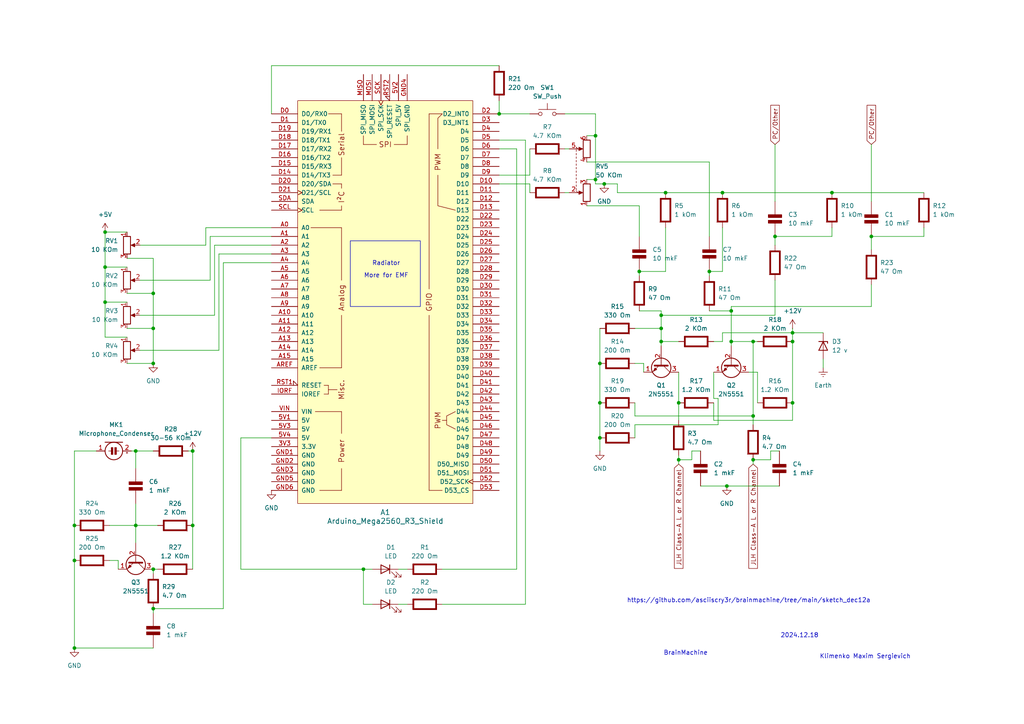
<source format=kicad_sch>
(kicad_sch (version 20231120) (generator "eeschema") (generator_version "8.0")
  (paper "A4")
  (lib_symbols
    (symbol "Device:D_Zener" (pin_numbers hide) (pin_names (offset 1.016) hide)
      (property "Reference" "D" (at 0 2.54 0))
      (property "Value" "D_Zener" (at 0 -2.54 0))
      (symbol "D_Zener_0_1"
        (polyline (pts (xy 1.27 0) (xy -1.27 0)))
        (polyline (pts (xy -1.27 -1.27) (xy -1.27 1.27) (xy -0.762 1.27)) (stroke (width 0.254)))
        (polyline (pts (xy 1.27 -1.27) (xy 1.27 1.27) (xy -1.27 0) (xy 1.27 -1.27)) (stroke (width 0.254)))
      )
      (symbol "D_Zener_1_1"
        (pin passive line (at -3.81 0 0) (length 2.54) (name "K") (number "1"))
        (pin passive line (at 3.81 0 180) (length 2.54) (name "A") (number "2"))
      )
    )
    (symbol "Device:LED" (pin_numbers hide) (pin_names (offset 1.016) hide)
      (property "Reference" "D" (at 0 2.54 0))
      (property "Value" "LED" (at 0 -2.54 0))
      (symbol "LED_0_1"
        (polyline (pts (xy -1.27 -1.27) (xy -1.27 1.27)) (stroke (width 0.254)))
        (polyline (pts (xy -1.27 0) (xy 1.27 0)))
        (polyline (pts (xy 1.27 -1.27) (xy 1.27 1.27) (xy -1.27 0) (xy 1.27 -1.27)) (stroke (width 0.254)))
        (polyline (pts (xy -3.048 -0.762) (xy -4.572 -2.286) (xy -3.81 -2.286) (xy -4.572 -2.286) (xy -4.572 -1.524)))
        (polyline (pts (xy -1.778 -0.762) (xy -3.302 -2.286) (xy -2.54 -2.286) (xy -3.302 -2.286) (xy -3.302 -1.524)))
      )
      (symbol "LED_1_1"
        (pin passive line (at -3.81 0 0) (length 2.54) (name "K") (number "1"))
        (pin passive line (at 3.81 0 180) (length 2.54) (name "A") (number "2"))
      )
    )
    (symbol "Device:Microphone_Condenser" (pin_names (offset 0.0254) hide)
      (property "Reference" "MK" (at -3.302 1.27 0))
      (property "Value" "Microphone_Condenser" (at -3.302 -0.635 0))
      (symbol "Microphone_Condenser_0_1"
        (polyline (pts (xy -2.54 2.54) (xy -2.54 -2.54)) (stroke (width 0.254)))
        (polyline (pts (xy 0 -0.762) (xy 0 -1.524)))
        (polyline (pts (xy 0 0.762) (xy 0 1.524)))
        (polyline (pts (xy 0.254 3.81) (xy 0.762 3.81)))
        (polyline (pts (xy 0.508 4.064) (xy 0.508 3.556)))
        (circle (center 0 0) (radius 2.54) (stroke (width 0.254)))
        (rectangle (start 1.016 -0.254) (end -1.016 -0.762) (fill (type outline)))
        (rectangle (start 1.016 0.762) (end -1.016 0.254) (fill (type outline)))
      )
      (symbol "Microphone_Condenser_1_1"
        (pin passive line (at 0 -5.08 90) (length 2.54) (name "-") (number "1"))
        (pin passive line (at 0 5.08 270) (length 2.54) (name "+") (number "2"))
      )
    )
    (symbol "Device:R_Potentiometer" (pin_names (offset 1.016) hide)
      (property "Reference" "RV" (at -4.445 0 90))
      (property "Value" "R_Potentiometer" (at -2.54 0 90))
      (symbol "R_Potentiometer_0_1"
        (polyline (pts (xy 2.54 0) (xy 1.524 0)))
        (polyline (pts (xy 1.143 0) (xy 2.286 0.508) (xy 2.286 -0.508) (xy 1.143 0)) (fill (type outline)))
        (rectangle (start 1.016 2.54) (end -1.016 -2.54) (stroke (width 0.254)))
      )
      (symbol "R_Potentiometer_1_1"
        (pin passive line (at 0 3.81 270) (length 1.27) (name "1") (number "1"))
        (pin passive line (at 3.81 0 180) (length 1.27) (name "2") (number "2"))
        (pin passive line (at 0 -3.81 90) (length 1.27) (name "3") (number "3"))
      )
    )
    (symbol "Device:R_Potentiometer_Dual" (pin_names (offset 1.016) hide)
      (property "Reference" "RV" (at 0 3.81 0))
      (property "Value" "R_Potentiometer_Dual" (at 0 1.905 0))
      (symbol "R_Potentiometer_Dual_0_1"
        (rectangle (start -8.89 -1.524) (end -3.81 -3.556) (stroke (width 0.254)))
        (polyline (pts (xy -6.35 0) (xy -6.35 -1.016)))
        (polyline (pts (xy -6.35 0) (xy -6.35 -1.016)))
        (polyline (pts (xy -6.35 0) (xy -5.842 0.508)))
        (polyline (pts (xy -5.588 0.508) (xy -5.08 0.508)))
        (polyline (pts (xy -4.572 0.508) (xy -4.064 0.508)))
        (polyline (pts (xy -3.556 0.508) (xy -3.048 0.508)))
        (polyline (pts (xy -2.54 0.508) (xy -2.032 0.508)))
        (polyline (pts (xy -1.524 0.508) (xy -1.016 0.508)))
        (polyline (pts (xy -0.508 0.508) (xy 0 0.508)))
        (polyline (pts (xy 0.508 0.508) (xy 1.016 0.508)))
        (polyline (pts (xy 1.524 0.508) (xy 2.032 0.508)))
        (polyline (pts (xy 2.54 0.508) (xy 3.048 0.508)))
        (polyline (pts (xy 3.556 0.508) (xy 4.064 0.508)))
        (polyline (pts (xy 4.572 0.508) (xy 5.08 0.508)))
        (polyline (pts (xy 5.588 0.508) (xy 6.096 0.508)))
        (polyline (pts (xy 6.35 0) (xy 6.35 -1.016)))
        (polyline (pts (xy 6.35 0) (xy 6.35 -1.016)))
        (polyline (pts (xy 6.604 0.508) (xy 6.858 0.508) (xy 6.35 0)))
        (polyline (pts (xy -6.35 -1.397) (xy -6.858 -0.254) (xy -5.842 -0.254) (xy -6.35 -1.397)) (fill (type outline)))
        (polyline (pts (xy 6.35 -1.397) (xy 5.842 -0.254) (xy 6.858 -0.254) (xy 6.35 -1.397)) (fill (type outline)))
        (rectangle (start 3.81 -1.524) (end 8.89 -3.556) (stroke (width 0.254)))
      )
      (symbol "R_Potentiometer_Dual_1_1"
        (pin passive line (at -10.16 -2.54 0) (length 1.27) (name "1") (number "1"))
        (pin passive line (at -6.35 2.54 270) (length 2.54) (name "2") (number "2"))
        (pin passive line (at -2.54 -2.54 180) (length 1.27) (name "3") (number "3"))
        (pin passive line (at 2.54 -2.54 0) (length 1.27) (name "4") (number "4"))
        (pin passive line (at 6.35 2.54 270) (length 2.54) (name "5") (number "5"))
        (pin passive line (at 10.16 -2.54 180) (length 1.27) (name "6") (number "6"))
      )
    )
    (symbol "PCM_Elektuur:C" (pin_numbers hide) (pin_names (offset 0) hide)
      (property "Reference" "C" (at 0.635 3.175 0))
      (property "Value" "C" (at 0.635 -3.175 0))
      (symbol "C_1_1"
        (rectangle (start -1.905 -0.4318) (end 1.905 -1.1938) (stroke (width 0.254)) (fill (type outline)))
        (rectangle (start -1.905 1.1938) (end 1.905 0.4318) (stroke (width 0.254)) (fill (type outline)))
        (pin passive line (at 0 5.08 270) (length 3.8862) (name "+") (number "1"))
        (pin passive line (at 0 -5.08 90) (length 3.8862) (name "-") (number "2"))
      )
      (symbol "C_1_2"
        (polyline (pts (xy -1.905 -1.4986) (xy 1.905 -1.4986) (xy 1.905 -0.4318) (xy -1.905 -0.4318) (xy -1.905 -1.4986) (xy -1.8034 -1.397) (xy -1.8034 -0.5334) (xy 1.8034 -0.5334) (xy 1.8034 -1.397) (xy -1.8034 -1.397) (xy -1.905 -1.4986)) (stroke (width 0.254)) (fill (type outline)))
        (polyline (pts (xy -1.905 0.4318) (xy 1.905 0.4318) (xy 1.905 1.4986) (xy -1.905 1.4986) (xy -1.905 0.4318) (xy -1.8034 0.5334) (xy -1.8034 1.397) (xy 1.8034 1.397) (xy 1.8034 0.5334) (xy -1.8034 0.5334) (xy -1.905 0.4318)) (stroke (width 0.254)) (fill (type outline)))
        (pin passive line (at 0 5.08 270) (length 3.5814) (name "+") (number "1"))
        (pin passive line (at 0 -5.08 90) (length 3.5814) (name "-") (number "2"))
      )
    )
    (symbol "PCM_Elektuur:R" (pin_numbers hide) (pin_names (offset 0) hide)
      (property "Reference" "R" (at 2.54 3.175 0))
      (property "Value" "R" (at 0 0 90))
      (symbol "R_1_1"
        (polyline (pts (xy -1.524 -3.429) (xy 1.524 -3.429) (xy 1.524 3.429) (xy -1.524 3.429) (xy -1.524 -3.429) (xy -1.27 -3.175) (xy -1.27 3.175) (xy 1.27 3.175) (xy 1.27 -3.175) (xy -1.27 -3.175) (xy -1.524 -3.429)) (stroke (width 0.254)) (fill (type outline)))
        (pin passive line (at 0 5.08 270) (length 1.651) (name "+") (number "1"))
        (pin passive line (at 0 -5.08 90) (length 1.651) (name "-") (number "2"))
      )
      (symbol "R_1_2"
        (polyline (pts (xy -0.508 -3.429) (xy 1.524 -3.429) (xy 1.524 3.429) (xy -0.508 3.429) (xy -0.508 3.175) (xy 1.27 3.175) (xy 1.27 -3.175) (xy -0.508 -3.175) (xy -0.508 -3.429)) (stroke (width 0.254)) (fill (type outline)))
        (pin passive line (at 0 5.08 270) (length 1.651) (name "+") (number "1"))
        (pin passive line (at 0 -5.08 90) (length 1.651) (name "-") (number "2"))
      )
      (symbol "R_1_3"
        (polyline (pts (xy 0 3.4798) (xy 0 3.2004) (xy 0.7112 2.794) (xy -1.1938 1.6764) (xy 0.7112 0.5588) (xy -1.1938 -0.5588) (xy 0.7112 -1.6764) (xy -1.1938 -2.794) (xy 0 -3.4798) (xy 0 -3.2004) (xy -0.7112 -2.794) (xy 1.1938 -1.6764) (xy -0.7112 -0.5588) (xy 1.1938 0.5588) (xy -0.7112 1.6764) (xy 1.1938 2.794) (xy 0 3.4798)) (stroke (width 0.254)) (fill (type outline)))
        (pin passive line (at 0 5.08 270) (length 1.6002) (name "+") (number "1"))
        (pin passive line (at 0 -5.08 90) (length 1.6002) (name "-") (number "2"))
      )
      (symbol "R_1_4"
        (polyline (pts (xy 0 4.5466) (xy 0 4.2672) (xy 0.0508 4.2418) (xy 1.016 3.683) (xy -1.524 2.2098) (xy 1.016 0.7366) (xy -1.524 -0.7366) (xy 1.016 -2.2098) (xy -1.524 -3.683) (xy -0.0762 -4.5212) (xy 0 -4.5466) (xy 0 -4.2672) (xy -0.0508 -4.2418) (xy -1.016 -3.683) (xy 1.524 -2.2098) (xy -1.016 -0.7366) (xy 1.524 0.7366) (xy -1.016 2.2098) (xy 1.524 3.683) (xy 0.0762 4.5212) (xy 0 4.5466)) (stroke (width 0.254)) (fill (type outline)))
        (pin passive line (at 0 5.08 270) (length 0.5334) (name "+") (number "1"))
        (pin passive line (at 0 -5.08 90) (length 0.5334) (name "-") (number "2"))
      )
    )
    (symbol "PCM_arduino-library:Arduino_Mega2560_R3_Shield" (pin_names (offset 1.016))
      (property "Reference" "A" (at 0 -62.23 0))
      (property "Value" "Arduino_Mega2560_R3_Shield" (at 0 -66.04 0))
      (symbol "Arduino_Mega2560_R3_Shield_0_0"
        (rectangle (start -25.4 -58.42) (end 25.4 58.42) (fill (type background)))
        (rectangle (start -20.32 -31.75) (end -12.7 -31.75))
        (rectangle (start -19.05 -54.61) (end -12.7 -54.61))
        (rectangle (start -19.05 -19.05) (end -12.7 -19.05))
        (rectangle (start -19.05 26.67) (end -12.7 26.67))
        (rectangle (start -17.78 -26.67) (end -16.51 -26.67))
        (rectangle (start -17.78 -24.13) (end -16.51 -24.13))
        (rectangle (start -16.51 -25.4) (end -13.97 -25.4))
        (rectangle (start -16.51 -24.13) (end -16.51 -26.67))
        (rectangle (start -16.51 54.61) (end -12.7 54.61))
        (rectangle (start -15.24 34.29) (end -12.7 34.29))
        (rectangle (start -15.24 36.83) (end -12.7 36.83))
        (rectangle (start -12.7 -54.61) (end -12.7 -48.26))
        (rectangle (start -12.7 -31.75) (end -12.7 -38.1))
        (rectangle (start -12.7 26.67) (end -12.7 27.94))
        (rectangle (start -12.7 34.29) (end -12.7 33.02))
        (rectangle (start -12.7 41.91) (end -12.7 36.83))
        (rectangle (start -12.7 49.53) (end -12.7 54.61))
        (rectangle (start -6.35 48.26) (end -6.35 45.72))
        (rectangle (start -2.54 45.72) (end -6.35 45.72))
        (polyline (pts (xy -21.59 21.59) (xy -12.7 21.59)))
        (polyline (pts (xy -12.7 -19.05) (xy -12.7 -3.81)))
        (polyline (pts (xy -12.7 6.35) (xy -12.7 21.59)))
        (polyline (pts (xy 12.7 -54.61) (xy 16.51 -54.61)))
        (polyline (pts (xy 12.7 54.61) (xy 16.51 54.61)))
        (polyline (pts (xy 17.78 -34.29) (xy 16.51 -34.29)))
        (polyline (pts (xy 15.24 36.83) (xy 15.24 27.94) (xy 20.32 26.67)))
        (polyline (pts (xy 15.24 44.45) (xy 15.24 53.34) (xy 16.51 54.61)))
        (polyline (pts (xy 20.32 -31.75) (xy 17.78 -33.02) (xy 17.78 -35.56) (xy 20.32 -36.83)))
        (rectangle (start 6.35 45.72) (end 2.54 45.72))
        (rectangle (start 6.35 48.26) (end 6.35 45.72))
        (text "Analog" (at -12.7 1.27 900) (effects (font (size 1.524 1.524))))
        (text "I²C" (at -12.7 30.48 900) (effects (font (size 1.524 1.524))))
        (text "Misc." (at -12.7 -25.4 900) (effects (font (size 1.524 1.524))))
        (text "Power" (at -12.7 -43.18 900) (effects (font (size 1.524 1.524))))
        (text "PWM" (at 15.24 -34.29 900) (effects (font (size 1.524 1.524))))
        (text "PWM" (at 15.24 40.64 900) (effects (font (size 1.524 1.524))))
        (text "Serial" (at -12.7 45.72 900) (effects (font (size 1.524 1.524))))
        (text "SPI" (at 0 45.72 0) (effects (font (size 1.524 1.524))))
      )
      (symbol "Arduino_Mega2560_R3_Shield_1_0"
        (rectangle (start 12.7 -54.61) (end 12.7 -3.81))
        (rectangle (start 12.7 54.61) (end 12.7 3.81))
        (text "GPIO" (at 12.7 0 900) (effects (font (size 1.524 1.524))))
      )
      (symbol "Arduino_Mega2560_R3_Shield_1_1"
        (pin power_out line (at -33.02 -41.91 0) (length 7.62) (name "3.3V") (number "3V3"))
        (pin power_in line (at -33.02 -34.29 0) (length 7.62) (name "5V") (number "5V1"))
        (pin power_in line (at 3.81 66.04 270) (length 7.62) (name "SPI_5V") (number "5V2"))
        (pin power_in line (at -33.02 -36.83 0) (length 7.62) (name "5V") (number "5V3"))
        (pin power_in line (at -33.02 -39.37 0) (length 7.62) (name "5V") (number "5V4"))
        (pin bidirectional line (at -33.02 21.59 0) (length 7.62) (name "A0") (number "A0"))
        (pin bidirectional line (at -33.02 19.05 0) (length 7.62) (name "A1") (number "A1"))
        (pin bidirectional line (at -33.02 -3.81 0) (length 7.62) (name "A10") (number "A10"))
        (pin bidirectional line (at -33.02 -6.35 0) (length 7.62) (name "A11") (number "A11"))
        (pin bidirectional line (at -33.02 -8.89 0) (length 7.62) (name "A12") (number "A12"))
        (pin bidirectional line (at -33.02 -11.43 0) (length 7.62) (name "A13") (number "A13"))
        (pin bidirectional line (at -33.02 -13.97 0) (length 7.62) (name "A14") (number "A14"))
        (pin bidirectional line (at -33.02 -16.51 0) (length 7.62) (name "A15") (number "A15"))
        (pin bidirectional line (at -33.02 16.51 0) (length 7.62) (name "A2") (number "A2"))
        (pin bidirectional line (at -33.02 13.97 0) (length 7.62) (name "A3") (number "A3"))
        (pin bidirectional line (at -33.02 11.43 0) (length 7.62) (name "A4") (number "A4"))
        (pin bidirectional line (at -33.02 8.89 0) (length 7.62) (name "A5") (number "A5"))
        (pin bidirectional line (at -33.02 6.35 0) (length 7.62) (name "A6") (number "A6"))
        (pin bidirectional line (at -33.02 3.81 0) (length 7.62) (name "A7") (number "A7"))
        (pin bidirectional line (at -33.02 1.27 0) (length 7.62) (name "A8") (number "A8"))
        (pin bidirectional line (at -33.02 -1.27 0) (length 7.62) (name "A9") (number "A9"))
        (pin input line (at -33.02 -19.05 0) (length 7.62) (name "AREF") (number "AREF"))
        (pin bidirectional line (at -33.02 54.61 0) (length 7.62) (name "D0/RX0") (number "D0"))
        (pin bidirectional line (at -33.02 52.07 0) (length 7.62) (name "D1/TX0") (number "D1"))
        (pin bidirectional line (at 33.02 34.29 180) (length 7.62) (name "D10") (number "D10"))
        (pin bidirectional line (at 33.02 31.75 180) (length 7.62) (name "D11") (number "D11"))
        (pin bidirectional line (at 33.02 29.21 180) (length 7.62) (name "D12") (number "D12"))
        (pin bidirectional line (at 33.02 26.67 180) (length 7.62) (name "D13") (number "D13"))
        (pin bidirectional line (at -33.02 36.83 0) (length 7.62) (name "D14/TX3") (number "D14"))
        (pin bidirectional line (at -33.02 39.37 0) (length 7.62) (name "D15/RX3") (number "D15"))
        (pin bidirectional line (at -33.02 41.91 0) (length 7.62) (name "D16/TX2") (number "D16"))
        (pin bidirectional line (at -33.02 44.45 0) (length 7.62) (name "D17/RX2") (number "D17"))
        (pin bidirectional line (at -33.02 46.99 0) (length 7.62) (name "D18/TX1") (number "D18"))
        (pin bidirectional line (at -33.02 49.53 0) (length 7.62) (name "D19/RX1") (number "D19"))
        (pin bidirectional line (at 33.02 54.61 180) (length 7.62) (name "D2_INT0") (number "D2"))
        (pin bidirectional line (at -33.02 34.29 0) (length 7.62) (name "D20/SDA") (number "D20"))
        (pin bidirectional clock (at -33.02 31.75 0) (length 7.62) (name "D21/SCL") (number "D21"))
        (pin bidirectional line (at 33.02 24.13 180) (length 7.62) (name "D22") (number "D22"))
        (pin bidirectional line (at 33.02 21.59 180) (length 7.62) (name "D23") (number "D23"))
        (pin bidirectional line (at 33.02 19.05 180) (length 7.62) (name "D24") (number "D24"))
        (pin bidirectional line (at 33.02 16.51 180) (length 7.62) (name "D25") (number "D25"))
        (pin bidirectional line (at 33.02 13.97 180) (length 7.62) (name "D26") (number "D26"))
        (pin bidirectional line (at 33.02 11.43 180) (length 7.62) (name "D27") (number "D27"))
        (pin bidirectional line (at 33.02 8.89 180) (length 7.62) (name "D28") (number "D28"))
        (pin bidirectional line (at 33.02 6.35 180) (length 7.62) (name "D29") (number "D29"))
        (pin bidirectional line (at 33.02 52.07 180) (length 7.62) (name "D3_INT1") (number "D3"))
        (pin bidirectional line (at 33.02 3.81 180) (length 7.62) (name "D30") (number "D30"))
        (pin bidirectional line (at 33.02 1.27 180) (length 7.62) (name "D31") (number "D31"))
        (pin bidirectional line (at 33.02 -1.27 180) (length 7.62) (name "D32") (number "D32"))
        (pin bidirectional line (at 33.02 -3.81 180) (length 7.62) (name "D33") (number "D33"))
        (pin bidirectional line (at 33.02 -6.35 180) (length 7.62) (name "D34") (number "D34"))
        (pin bidirectional line (at 33.02 -8.89 180) (length 7.62) (name "D35") (number "D35"))
        (pin bidirectional line (at 33.02 -11.43 180) (length 7.62) (name "D36") (number "D36"))
        (pin bidirectional line (at 33.02 -13.97 180) (length 7.62) (name "D37") (number "D37"))
        (pin bidirectional line (at 33.02 -16.51 180) (length 7.62) (name "D38") (number "D38"))
        (pin bidirectional line (at 33.02 -19.05 180) (length 7.62) (name "D39") (number "D39"))
        (pin bidirectional line (at 33.02 49.53 180) (length 7.62) (name "D4") (number "D4"))
        (pin bidirectional line (at 33.02 -21.59 180) (length 7.62) (name "D40") (number "D40"))
        (pin bidirectional line (at 33.02 -24.13 180) (length 7.62) (name "D41") (number "D41"))
        (pin bidirectional line (at 33.02 -26.67 180) (length 7.62) (name "D42") (number "D42"))
        (pin bidirectional line (at 33.02 -29.21 180) (length 7.62) (name "D43") (number "D43"))
        (pin bidirectional line (at 33.02 -31.75 180) (length 7.62) (name "D44") (number "D44"))
        (pin bidirectional line (at 33.02 -34.29 180) (length 7.62) (name "D45") (number "D45"))
        (pin bidirectional line (at 33.02 -36.83 180) (length 7.62) (name "D46") (number "D46"))
        (pin bidirectional line (at 33.02 -39.37 180) (length 7.62) (name "D47") (number "D47"))
        (pin bidirectional line (at 33.02 -41.91 180) (length 7.62) (name "D48") (number "D48"))
        (pin bidirectional line (at 33.02 -44.45 180) (length 7.62) (name "D49") (number "D49"))
        (pin bidirectional line (at 33.02 46.99 180) (length 7.62) (name "D5") (number "D5"))
        (pin bidirectional line (at 33.02 -46.99 180) (length 7.62) (name "D50_MISO") (number "D50"))
        (pin bidirectional line (at 33.02 -49.53 180) (length 7.62) (name "D51_MOSI") (number "D51"))
        (pin bidirectional clock (at 33.02 -52.07 180) (length 7.62) (name "D52_SCK") (number "D52"))
        (pin bidirectional line (at 33.02 -54.61 180) (length 7.62) (name "D53_CS") (number "D53"))
        (pin bidirectional line (at 33.02 44.45 180) (length 7.62) (name "D6") (number "D6"))
        (pin bidirectional line (at 33.02 41.91 180) (length 7.62) (name "D7") (number "D7"))
        (pin bidirectional line (at 33.02 39.37 180) (length 7.62) (name "D8") (number "D8"))
        (pin bidirectional line (at 33.02 36.83 180) (length 7.62) (name "D9") (number "D9"))
        (pin power_in line (at -33.02 -44.45 0) (length 7.62) (name "GND") (number "GND1"))
        (pin power_in line (at -33.02 -46.99 0) (length 7.62) (name "GND") (number "GND2"))
        (pin power_in line (at -33.02 -49.53 0) (length 7.62) (name "GND") (number "GND3"))
        (pin power_in line (at 6.35 66.04 270) (length 7.62) (name "SPI_GND") (number "GND4"))
        (pin power_in line (at -33.02 -52.07 0) (length 7.62) (name "GND") (number "GND5"))
        (pin power_in line (at -33.02 -54.61 0) (length 7.62) (name "GND") (number "GND6"))
        (pin output line (at -33.02 -26.67 0) (length 7.62) (name "IOREF") (number "IORF"))
        (pin input line (at -6.35 66.04 270) (length 7.62) (name "SPI_MISO") (number "MISO"))
        (pin output line (at -3.81 66.04 270) (length 7.62) (name "SPI_MOSI") (number "MOSI"))
        (pin open_collector input_low (at -33.02 -24.13 0) (length 7.62) (name "RESET") (number "RST1"))
        (pin open_collector input_low (at 1.27 66.04 270) (length 7.62) (name "SPI_RESET") (number "RST2"))
        (pin output clock (at -1.27 66.04 270) (length 7.62) (name "SPI_SCK") (number "SCK"))
        (pin bidirectional clock (at -33.02 26.67 0) (length 7.62) (name "SCL") (number "SCL"))
        (pin bidirectional line (at -33.02 29.21 0) (length 7.62) (name "SDA") (number "SDA"))
        (pin power_in line (at -33.02 -31.75 0) (length 7.62) (name "VIN") (number "VIN"))
      )
    )
    (symbol "Switch:SW_Push" (pin_numbers hide) (pin_names (offset 1.016) hide)
      (property "Reference" "SW" (at 1.27 2.54 0))
      (property "Value" "SW_Push" (at 0 -1.524 0))
      (symbol "SW_Push_0_1"
        (circle (center -2.032 0) (radius 0.508))
        (polyline (pts (xy 0 1.27) (xy 0 3.048)))
        (polyline (pts (xy 2.54 1.27) (xy -2.54 1.27)))
        (circle (center 2.032 0) (radius 0.508))
        (pin passive line (at -5.08 0 0) (length 2.54) (name "1") (number "1"))
        (pin passive line (at 5.08 0 180) (length 2.54) (name "2") (number "2"))
      )
    )
    (symbol "Transistor_BJT:2N2219" (pin_names (offset 0) hide)
      (property "Reference" "Q" (at 5.08 1.905 0))
      (property "Value" "2N2219" (at 5.08 0 0))
      (symbol "2N2219_0_1"
        (polyline (pts (xy 0.635 0.635) (xy 2.54 2.54)))
        (polyline (pts (xy 0.635 -0.635) (xy 2.54 -2.54) (xy 2.54 -2.54)))
        (polyline (pts (xy 0.635 1.905) (xy 0.635 -1.905) (xy 0.635 -1.905)) (stroke (width 0.508)))
        (polyline (pts (xy 1.27 -1.778) (xy 1.778 -1.27) (xy 2.286 -2.286) (xy 1.27 -1.778) (xy 1.27 -1.778)) (fill (type outline)))
        (circle (center 1.27 0) (radius 2.8194) (stroke (width 0.254)))
      )
      (symbol "2N2219_1_1"
        (pin passive line (at 2.54 -5.08 90) (length 2.54) (name "E") (number "1"))
        (pin passive line (at -5.08 0 0) (length 5.715) (name "B") (number "2"))
        (pin passive line (at 2.54 5.08 270) (length 2.54) (name "C") (number "3"))
      )
    )
    (symbol "power:+12V" (power) (pin_numbers hide) (pin_names (offset 0) hide)
      (property "Value" "+12V" (at 0 3.556 0))
      (symbol "+12V_0_1"
        (polyline (pts (xy -0.762 1.27) (xy 0 2.54)))
        (polyline (pts (xy 0 0) (xy 0 2.54)))
        (polyline (pts (xy 0 2.54) (xy 0.762 1.27)))
      )
      (symbol "+12V_1_1"
        (pin power_in line (at 0 0 90) (length 0) (name "~") (number "1"))
      )
    )
    (symbol "power:+5V" (power) (pin_numbers hide) (pin_names (offset 0) hide)
      (property "Value" "+5V" (at 0 3.556 0))
      (symbol "+5V_0_1"
        (polyline (pts (xy -0.762 1.27) (xy 0 2.54)))
        (polyline (pts (xy 0 0) (xy 0 2.54)))
        (polyline (pts (xy 0 2.54) (xy 0.762 1.27)))
      )
      (symbol "+5V_1_1"
        (pin power_in line (at 0 0 90) (length 0) (name "~") (number "1"))
      )
    )
    (symbol "power:Earth" (power) (pin_numbers hide) (pin_names (offset 0) hide)
      (property "Value" "Earth" (at 0 -3.81 0))
      (symbol "Earth_0_1"
        (polyline (pts (xy -0.635 -1.905) (xy 0.635 -1.905)))
        (polyline (pts (xy -0.127 -2.54) (xy 0.127 -2.54)))
        (polyline (pts (xy 0 -1.27) (xy 0 0)))
        (polyline (pts (xy 1.27 -1.27) (xy -1.27 -1.27)))
      )
      (symbol "Earth_1_1"
        (pin power_in line (at 0 0 270) (length 0) (name "~") (number "1"))
      )
    )
    (symbol "power:GND" (power) (pin_numbers hide) (pin_names (offset 0) hide)
      (property "Value" "GND" (at 0 -3.81 0))
      (symbol "GND_0_1"
        (polyline (pts (xy 0 0) (xy 0 -1.27) (xy 1.27 -1.27) (xy 0 -2.54) (xy -1.27 -1.27) (xy 0 -1.27)))
      )
      (symbol "GND_1_1"
        (pin power_in line (at 0 0 270) (length 0) (name "~") (number "1"))
      )
    )
  )
  (junction (at 172.72 52.07))
  (junction (at 21.59 152.4))
  (junction (at 173.99 116.84))
  (junction (at 44.45 85.09))
  (junction (at 39.37 130.81))
  (junction (at 30.48 77.47))
  (junction (at 144.78 33.02))
  (junction (at 173.99 105.41))
  (junction (at 209.55 55.88))
  (junction (at 218.44 120.65))
  (junction (at 30.48 67.31))
  (junction (at 218.44 99.06))
  (junction (at 191.77 95.25))
  (junction (at 191.77 99.06))
  (junction (at 218.44 133.35))
  (junction (at 21.59 187.96))
  (junction (at 205.74 78.74))
  (junction (at 224.79 68.58))
  (junction (at 212.09 90.17))
  (junction (at 229.87 99.06))
  (junction (at 30.48 87.63))
  (junction (at 229.87 96.52))
  (junction (at 191.77 91.44))
  (junction (at 55.88 152.4))
  (junction (at 44.45 176.53))
  (junction (at 196.85 133.35))
  (junction (at 172.72 39.37))
  (junction (at 21.59 162.56))
  (junction (at 210.82 140.97))
  (junction (at 193.04 55.88))
  (junction (at 196.85 116.84))
  (junction (at 105.41 165.1))
  (junction (at 44.45 165.1))
  (junction (at 229.87 116.84))
  (junction (at 44.45 105.41))
  (junction (at 55.88 130.81))
  (junction (at 241.3 55.88))
  (junction (at 212.09 99.06))
  (junction (at 185.42 78.74))
  (junction (at 173.99 127))
  (junction (at 44.45 95.25))
  (junction (at 39.37 152.4))
  (junction (at 252.73 68.58))
  (junction (at 175.26 53.34))
  (wire (pts (xy 196.85 133.35) (xy 196.85 134.62)))
  (wire (pts (xy 185.42 78.74) (xy 185.42 80.01)))
  (wire (pts (xy 144.78 29.21) (xy 144.78 33.02)))
  (wire (pts (xy 252.73 88.9) (xy 212.09 88.9)))
  (wire (pts (xy 207.01 99.06) (xy 209.55 99.06)))
  (wire (pts (xy 252.73 41.91) (xy 252.73 58.42)))
  (wire (pts (xy 128.27 165.1) (xy 149.86 165.1)))
  (wire (pts (xy 241.3 66.04) (xy 241.3 68.58)))
  (wire (pts (xy 144.78 33.02) (xy 153.67 33.02)))
  (wire (pts (xy 207.01 115.57) (xy 208.28 115.57)))
  (wire (pts (xy 218.44 99.06) (xy 219.71 99.06)))
  (wire (pts (xy 163.83 33.02) (xy 172.72 33.02)))
  (wire (pts (xy 205.74 46.99) (xy 205.74 68.58)))
  (wire (pts (xy 170.18 39.37) (xy 172.72 39.37)))
  (wire (pts (xy 31.75 162.56) (xy 34.29 162.56)))
  (wire (pts (xy 200.66 133.35) (xy 200.66 130.81)))
  (wire (pts (xy 44.45 105.41) (xy 44.45 95.25)))
  (wire (pts (xy 229.87 96.52) (xy 238.76 96.52)))
  (wire (pts (xy 69.85 165.1) (xy 69.85 127)))
  (wire (pts (xy 200.66 130.81) (xy 203.2 130.81)))
  (wire (pts (xy 207.01 107.95) (xy 207.01 115.57)))
  (wire (pts (xy 224.79 91.44) (xy 191.77 91.44)))
  (wire (pts (xy 173.99 105.41) (xy 173.99 116.84)))
  (wire (pts (xy 241.3 55.88) (xy 267.97 55.88)))
  (wire (pts (xy 184.15 123.19) (xy 184.15 127)))
  (wire (pts (xy 207.01 121.92) (xy 229.87 121.92)))
  (wire (pts (xy 212.09 99.06) (xy 218.44 99.06)))
  (wire (pts (xy 218.44 99.06) (xy 218.44 120.65)))
  (wire (pts (xy 224.79 41.91) (xy 224.79 58.42)))
  (wire (pts (xy 27.94 130.81) (xy 21.59 130.81)))
  (wire (pts (xy 78.74 19.05) (xy 144.78 19.05)))
  (wire (pts (xy 144.78 40.64) (xy 152.4 40.64)))
  (wire (pts (xy 175.26 53.34) (xy 172.72 53.34)))
  (wire (pts (xy 144.78 53.34) (xy 153.67 53.34)))
  (wire (pts (xy 191.77 91.44) (xy 191.77 90.17)))
  (wire (pts (xy 223.52 130.81) (xy 226.06 130.81)))
  (wire (pts (xy 267.97 66.04) (xy 267.97 68.58)))
  (wire (pts (xy 229.87 95.25) (xy 229.87 96.52)))
  (wire (pts (xy 30.48 87.63) (xy 36.83 87.63)))
  (wire (pts (xy 44.45 176.53) (xy 44.45 177.8)))
  (wire (pts (xy 105.41 165.1) (xy 107.95 165.1)))
  (wire (pts (xy 218.44 133.35) (xy 223.52 133.35)))
  (wire (pts (xy 217.17 107.95) (xy 219.71 107.95)))
  (wire (pts (xy 78.74 33.02) (xy 78.74 19.05)))
  (wire (pts (xy 34.29 162.56) (xy 34.29 165.1)))
  (wire (pts (xy 40.64 81.28) (xy 60.96 81.28)))
  (wire (pts (xy 45.72 165.1) (xy 44.45 165.1)))
  (wire (pts (xy 78.74 68.58) (xy 60.96 68.58)))
  (wire (pts (xy 31.75 152.4) (xy 39.37 152.4)))
  (wire (pts (xy 196.85 133.35) (xy 200.66 133.35)))
  (wire (pts (xy 44.45 187.96) (xy 21.59 187.96)))
  (wire (pts (xy 163.83 43.18) (xy 165.1 43.18)))
  (wire (pts (xy 115.57 165.1) (xy 118.11 165.1)))
  (wire (pts (xy 44.45 165.1) (xy 44.45 166.37)))
  (wire (pts (xy 252.73 82.55) (xy 252.73 88.9)))
  (wire (pts (xy 36.83 105.41) (xy 44.45 105.41)))
  (wire (pts (xy 172.72 33.02) (xy 172.72 39.37)))
  (wire (pts (xy 229.87 96.52) (xy 229.87 99.06)))
  (wire (pts (xy 172.72 52.07) (xy 172.72 39.37)))
  (wire (pts (xy 219.71 107.95) (xy 219.71 116.84)))
  (wire (pts (xy 55.88 130.81) (xy 55.88 152.4)))
  (wire (pts (xy 149.86 165.1) (xy 149.86 43.18)))
  (wire (pts (xy 36.83 95.25) (xy 44.45 95.25)))
  (wire (pts (xy 105.41 165.1) (xy 105.41 175.26)))
  (wire (pts (xy 21.59 152.4) (xy 21.59 162.56)))
  (wire (pts (xy 40.64 91.44) (xy 62.23 91.44)))
  (wire (pts (xy 252.73 68.58) (xy 252.73 72.39)))
  (wire (pts (xy 39.37 130.81) (xy 44.45 130.81)))
  (wire (pts (xy 78.74 76.2) (xy 64.77 76.2)))
  (wire (pts (xy 223.52 133.35) (xy 223.52 130.81)))
  (wire (pts (xy 184.15 95.25) (xy 191.77 95.25)))
  (wire (pts (xy 78.74 66.04) (xy 59.69 66.04)))
  (wire (pts (xy 184.15 120.65) (xy 218.44 120.65)))
  (wire (pts (xy 229.87 99.06) (xy 229.87 116.84)))
  (wire (pts (xy 209.55 55.88) (xy 241.3 55.88)))
  (wire (pts (xy 179.07 55.88) (xy 179.07 53.34)))
  (wire (pts (xy 30.48 67.31) (xy 36.83 67.31)))
  (wire (pts (xy 218.44 120.65) (xy 218.44 123.19)))
  (wire (pts (xy 185.42 90.17) (xy 191.77 90.17)))
  (wire (pts (xy 153.67 53.34) (xy 153.67 55.88)))
  (wire (pts (xy 39.37 130.81) (xy 39.37 135.89)))
  (wire (pts (xy 203.2 140.97) (xy 210.82 140.97)))
  (wire (pts (xy 186.69 105.41) (xy 186.69 107.95)))
  (wire (pts (xy 224.79 81.28) (xy 224.79 91.44)))
  (wire (pts (xy 205.74 78.74) (xy 205.74 80.01)))
  (wire (pts (xy 59.69 66.04) (xy 59.69 71.12)))
  (wire (pts (xy 115.57 175.26) (xy 118.11 175.26)))
  (wire (pts (xy 105.41 165.1) (xy 69.85 165.1)))
  (wire (pts (xy 184.15 116.84) (xy 184.15 120.65)))
  (wire (pts (xy 60.96 68.58) (xy 60.96 81.28)))
  (wire (pts (xy 40.64 101.6) (xy 63.5 101.6)))
  (wire (pts (xy 172.72 53.34) (xy 172.72 52.07)))
  (wire (pts (xy 36.83 85.09) (xy 44.45 85.09)))
  (wire (pts (xy 69.85 127) (xy 78.74 127)))
  (wire (pts (xy 153.67 50.8) (xy 153.67 43.18)))
  (wire (pts (xy 196.85 116.84) (xy 196.85 121.92)))
  (wire (pts (xy 193.04 55.88) (xy 179.07 55.88)))
  (wire (pts (xy 209.55 78.74) (xy 205.74 78.74)))
  (wire (pts (xy 212.09 99.06) (xy 212.09 100.33)))
  (wire (pts (xy 62.23 71.12) (xy 62.23 91.44)))
  (wire (pts (xy 40.64 71.12) (xy 59.69 71.12)))
  (wire (pts (xy 207.01 116.84) (xy 207.01 121.92)))
  (wire (pts (xy 209.55 96.52) (xy 229.87 96.52)))
  (wire (pts (xy 39.37 146.05) (xy 39.37 152.4)))
  (wire (pts (xy 30.48 77.47) (xy 30.48 87.63)))
  (wire (pts (xy 78.74 73.66) (xy 63.5 73.66)))
  (wire (pts (xy 63.5 73.66) (xy 63.5 101.6)))
  (wire (pts (xy 173.99 95.25) (xy 173.99 105.41)))
  (wire (pts (xy 30.48 77.47) (xy 36.83 77.47)))
  (wire (pts (xy 229.87 121.92) (xy 229.87 116.84)))
  (wire (pts (xy 196.85 107.95) (xy 196.85 116.84)))
  (wire (pts (xy 152.4 175.26) (xy 128.27 175.26)))
  (wire (pts (xy 39.37 152.4) (xy 39.37 157.48)))
  (wire (pts (xy 163.83 55.88) (xy 165.1 55.88)))
  (wire (pts (xy 210.82 140.97) (xy 226.06 140.97)))
  (wire (pts (xy 144.78 50.8) (xy 153.67 50.8)))
  (wire (pts (xy 44.45 85.09) (xy 44.45 74.93)))
  (wire (pts (xy 149.86 43.18) (xy 144.78 43.18)))
  (wire (pts (xy 193.04 78.74) (xy 185.42 78.74)))
  (wire (pts (xy 173.99 116.84) (xy 173.99 127)))
  (wire (pts (xy 185.42 59.69) (xy 185.42 68.58)))
  (wire (pts (xy 30.48 67.31) (xy 30.48 77.47)))
  (wire (pts (xy 208.28 123.19) (xy 184.15 123.19)))
  (wire (pts (xy 170.18 46.99) (xy 205.74 46.99)))
  (wire (pts (xy 38.1 130.81) (xy 39.37 130.81)))
  (wire (pts (xy 170.18 52.07) (xy 172.72 52.07)))
  (wire (pts (xy 191.77 99.06) (xy 196.85 99.06)))
  (wire (pts (xy 30.48 87.63) (xy 30.48 97.79)))
  (wire (pts (xy 44.45 95.25) (xy 44.45 85.09)))
  (wire (pts (xy 191.77 99.06) (xy 191.77 95.25)))
  (wire (pts (xy 196.85 132.08) (xy 196.85 133.35)))
  (wire (pts (xy 193.04 66.04) (xy 193.04 78.74)))
  (wire (pts (xy 55.88 152.4) (xy 55.88 165.1)))
  (wire (pts (xy 212.09 88.9) (xy 212.09 90.17)))
  (wire (pts (xy 21.59 130.81) (xy 21.59 152.4)))
  (wire (pts (xy 55.88 130.81) (xy 54.61 130.81)))
  (wire (pts (xy 179.07 53.34) (xy 175.26 53.34)))
  (wire (pts (xy 209.55 99.06) (xy 209.55 96.52)))
  (wire (pts (xy 238.76 104.14) (xy 238.76 106.68)))
  (wire (pts (xy 44.45 176.53) (xy 64.77 176.53)))
  (wire (pts (xy 191.77 100.33) (xy 191.77 99.06)))
  (wire (pts (xy 218.44 133.35) (xy 218.44 134.62)))
  (wire (pts (xy 191.77 95.25) (xy 191.77 91.44)))
  (wire (pts (xy 105.41 175.26) (xy 107.95 175.26)))
  (wire (pts (xy 78.74 71.12) (xy 62.23 71.12)))
  (wire (pts (xy 209.55 66.04) (xy 209.55 78.74)))
  (wire (pts (xy 36.83 74.93) (xy 44.45 74.93)))
  (wire (pts (xy 241.3 68.58) (xy 224.79 68.58)))
  (wire (pts (xy 212.09 90.17) (xy 212.09 99.06)))
  (wire (pts (xy 208.28 115.57) (xy 208.28 123.19)))
  (wire (pts (xy 205.74 90.17) (xy 212.09 90.17)))
  (wire (pts (xy 64.77 76.2) (xy 64.77 176.53)))
  (wire (pts (xy 267.97 68.58) (xy 252.73 68.58)))
  (wire (pts (xy 30.48 97.79) (xy 36.83 97.79)))
  (wire (pts (xy 152.4 40.64) (xy 152.4 175.26)))
  (wire (pts (xy 21.59 187.96) (xy 21.59 162.56)))
  (wire (pts (xy 193.04 55.88) (xy 209.55 55.88)))
  (wire (pts (xy 224.79 68.58) (xy 224.79 71.12)))
  (wire (pts (xy 184.15 105.41) (xy 186.69 105.41)))
  (wire (pts (xy 170.18 59.69) (xy 185.42 59.69)))
  (wire (pts (xy 39.37 152.4) (xy 45.72 152.4)))
  (wire (pts (xy 173.99 127) (xy 173.99 130.81)))
  (rectangle (start 101.6 69.85) (end 121.92 88.9))
  (text "Radiator" (at 112.014 76.454 0) (effects (font (size 1.27 1.27))))
  (text "BrainMachine" (at 198.882 189.484 0) (effects (font (size 1.27 1.27))))
  (text "https://github.com/asciiscry3r/brainmachine/tree/main/sketch_dec12a" (at 217.17 174.244 0) (effects (font (size 1.27 1.27))))
  (text "Klimenko Maxim Sergievich" (at 250.952 190.5 0) (effects (font (size 1.27 1.27))))
  (text "2024.12.18" (at 231.902 184.404 0) (effects (font (size 1.27 1.27))))
  (text "More for EMF" (at 112.014 80.01 0) (effects (font (size 1.27 1.27))))
  (global_label "JLH Class-A L or R Channel" (shape input) (at 196.85 134.62 270) (property "Intersheetrefs" "${INTERSHEET_REFS}" (effects (hide yes))))
  (global_label "JLH Class-A L or R Channel" (shape input) (at 218.44 134.62 270) (property "Intersheetrefs" "${INTERSHEET_REFS}" (effects (hide yes))))
  (global_label "PC{slash}Other" (shape input) (at 224.79 41.91 90) (property "Intersheetrefs" "${INTERSHEET_REFS}" (effects (hide yes))))
  (global_label "PC{slash}Other" (shape input) (at 252.73 41.91 90) (property "Intersheetrefs" "${INTERSHEET_REFS}" (effects (hide yes))))
  (symbol (lib_id "PCM_Elektuur:C") (at 203.2 135.89 0) (unit 1)
    (property "Reference" "C2" (at 207.01 134.6199 0) (effects (justify left)))
    (property "Value" "1 mkF" (at 207.01 137.1599 0) (effects (justify left)))
    (property "Description" "capacitor, non-polarized/bipolar" (effects (hide yes)))
    (property "Indicator" "+" (effects (hide yes)))
    (property "Rating" "V" (effects (hide yes)))
  )
  (symbol (lib_id "PCM_Elektuur:C") (at 39.37 140.97 0) (unit 1)
    (property "Reference" "C6" (at 43.18 139.6999 0) (effects (justify left)))
    (property "Value" "1 mkF" (at 43.18 142.2399 0) (effects (justify left)))
    (property "Description" "capacitor, non-polarized/bipolar" (effects (hide yes)))
    (property "Indicator" "+" (effects (hide yes)))
    (property "Rating" "V" (effects (hide yes)))
  )
  (symbol (lib_id "PCM_Elektuur:C") (at 252.73 63.5 0) (unit 1)
    (property "Reference" "C1" (at 256.54 62.2299 0) (effects (justify left)))
    (property "Value" "10 mkF" (at 256.54 64.7699 0) (effects (justify left)))
    (property "Description" "capacitor, non-polarized/bipolar" (effects (hide yes)))
    (property "Indicator" "+" (effects (hide yes)))
    (property "Rating" "V" (effects (hide yes)))
  )
  (symbol (lib_id "PCM_arduino-library:Arduino_Mega2560_R3_Shield") (at 111.76 87.63 0) (unit 1)
    (property "Reference" "A1" (at 111.76 148.59 0) (effects (font (size 1.524 1.524))))
    (property "Value" "Arduino_Mega2560_R3_Shield" (at 111.76 151.13 0) (effects (font (size 1.524 1.524))))
    (property "Footprint" "PCM_arduino-library:Arduino_Mega2560_R3_Shield" (effects (hide yes)))
    (property "Datasheet" "https://docs.arduino.cc/hardware/mega-2560" (effects (hide yes)))
    (property "Description" "Shield for Arduino Mega 2560 R3" (effects (hide yes)))
  )
  (symbol (lib_id "PCM_Elektuur:R") (at 205.74 85.09 0) (unit 1)
    (property "Reference" "R11" (at 208.28 83.8199 0) (effects (justify left)))
    (property "Value" "47 Om" (at 208.28 86.3599 0) (effects (justify left)))
    (property "Description" "resistor" (effects (hide yes)))
    (property "Indicator" "+" (effects (hide yes)))
    (property "Rating" "W" (effects (hide yes)))
  )
  (symbol (lib_id "Device:R_Potentiometer") (at 36.83 81.28 0) (unit 1)
    (property "Reference" "RV2" (at 34.29 80.0099 0) (effects (justify right)))
    (property "Value" "10 KOm" (at 34.29 82.5499 0) (effects (justify right)))
    (property "Description" "Potentiometer" (effects (hide yes)))
  )
  (symbol (lib_id "Transistor_BJT:2N2219") (at 212.09 105.41 270) (unit 1)
    (property "Reference" "Q2" (at 212.09 111.76 90))
    (property "Value" "2N5551" (at 212.09 114.3 90))
    (property "Footprint" "Package_TO_SOT_THT:TO-39-3" (effects (hide yes)))
    (property "Datasheet" "http://www.onsemi.com/pub_link/Collateral/2N2219-D.PDF" (effects (hide yes)))
    (property "Description" "800mA Ic, 50V Vce, NPN Transistor, TO-39" (effects (hide yes)))
  )
  (symbol (lib_id "PCM_Elektuur:R") (at 179.07 127 90) (unit 1)
    (property "Reference" "R20" (at 179.07 120.65 90))
    (property "Value" "200 Om" (at 179.07 123.19 90))
    (property "Description" "resistor" (effects (hide yes)))
    (property "Indicator" "+" (effects (hide yes)))
    (property "Rating" "W" (effects (hide yes)))
  )
  (symbol (lib_id "PCM_Elektuur:R") (at 123.19 165.1 90) (unit 1)
    (property "Reference" "R1" (at 123.19 158.75 90))
    (property "Value" "220 Om" (at 123.19 161.29 90))
    (property "Description" "resistor" (effects (hide yes)))
    (property "Indicator" "+" (effects (hide yes)))
    (property "Rating" "W" (effects (hide yes)))
  )
  (symbol (lib_id "Device:LED") (at 111.76 175.26 0) (mirror y) (unit 1)
    (property "Reference" "D2" (at 113.3475 168.91 0))
    (property "Value" "LED" (at 113.3475 171.45 0))
    (property "Description" "Light emitting diode" (effects (hide yes)))
  )
  (symbol (lib_id "PCM_Elektuur:C") (at 224.79 63.5 0) (unit 1)
    (property "Reference" "C3" (at 228.6 62.2299 0) (effects (justify left)))
    (property "Value" "10 mkF" (at 228.6 64.7699 0) (effects (justify left)))
    (property "Description" "capacitor, non-polarized/bipolar" (effects (hide yes)))
    (property "Indicator" "+" (effects (hide yes)))
    (property "Rating" "V" (effects (hide yes)))
  )
  (symbol (lib_id "PCM_Elektuur:R") (at 158.75 55.88 90) (unit 1)
    (property "Reference" "R8" (at 158.75 49.53 90))
    (property "Value" "4.7 KOm" (at 158.75 52.07 90))
    (property "Description" "resistor" (effects (hide yes)))
    (property "Indicator" "+" (effects (hide yes)))
    (property "Rating" "W" (effects (hide yes)))
  )
  (symbol (lib_id "PCM_Elektuur:R") (at 26.67 152.4 90) (unit 1)
    (property "Reference" "R24" (at 26.67 146.05 90))
    (property "Value" "330 Om" (at 26.67 148.59 90))
    (property "Description" "resistor" (effects (hide yes)))
    (property "Indicator" "+" (effects (hide yes)))
    (property "Rating" "W" (effects (hide yes)))
  )
  (symbol (lib_id "power:GND") (at 78.74 142.24 0) (unit 1)
    (property "Reference" "#PWR06" (effects (hide yes)))
    (property "Value" "GND" (at 78.74 147.32 0))
    (property "Description" "Power symbol creates a global label with name \"GND\" , ground" (effects (hide yes)))
  )
  (symbol (lib_id "PCM_Elektuur:C") (at 226.06 135.89 0) (unit 1)
    (property "Reference" "C4" (at 229.87 134.6199 0) (effects (justify left)))
    (property "Value" "1 mkF" (at 229.87 137.1599 0) (effects (justify left)))
    (property "Description" "capacitor, non-polarized/bipolar" (effects (hide yes)))
    (property "Indicator" "+" (effects (hide yes)))
    (property "Rating" "V" (effects (hide yes)))
  )
  (symbol (lib_id "power:+12V") (at 55.88 130.81 0) (unit 1)
    (property "Reference" "#PWR09" (effects (hide yes)))
    (property "Value" "+12V" (at 55.88 125.73 0))
    (property "Description" "Power symbol creates a global label with name \"+12V\"" (effects (hide yes)))
  )
  (symbol (lib_id "Device:R_Potentiometer_Dual") (at 167.64 49.53 90) (unit 1)
    (property "Reference" "RV5" (at 172.72 48.2599 90) (effects (justify right)))
    (property "Value" "50 KOm" (at 172.72 50.7999 90) (effects (justify right)))
    (property "Description" "Dual potentiometer" (effects (hide yes)))
  )
  (symbol (lib_id "PCM_Elektuur:R") (at 252.73 77.47 0) (unit 1)
    (property "Reference" "R23" (at 255.27 76.1999 0) (effects (justify left)))
    (property "Value" "47 Om" (at 255.27 78.7399 0) (effects (justify left)))
    (property "Description" "resistor" (effects (hide yes)))
    (property "Indicator" "+" (effects (hide yes)))
    (property "Rating" "W" (effects (hide yes)))
  )
  (symbol (lib_id "PCM_Elektuur:R") (at 179.07 116.84 90) (unit 1)
    (property "Reference" "R19" (at 179.07 110.49 90))
    (property "Value" "330 Om" (at 179.07 113.03 90))
    (property "Description" "resistor" (effects (hide yes)))
    (property "Indicator" "+" (effects (hide yes)))
    (property "Rating" "W" (effects (hide yes)))
  )
  (symbol (lib_id "PCM_Elektuur:R") (at 158.75 43.18 90) (unit 1)
    (property "Reference" "R7" (at 158.75 36.83 90))
    (property "Value" "4.7 KOm" (at 158.75 39.37 90))
    (property "Description" "resistor" (effects (hide yes)))
    (property "Indicator" "+" (effects (hide yes)))
    (property "Rating" "W" (effects (hide yes)))
  )
  (symbol (lib_id "Switch:SW_Push") (at 158.75 33.02 0) (unit 1)
    (property "Reference" "SW1" (at 158.75 25.4 0))
    (property "Value" "SW_Push" (at 158.75 27.94 0))
    (property "Description" "Push button switch, generic, two pins" (effects (hide yes)))
  )
  (symbol (lib_id "power:GND") (at 210.82 140.97 0) (unit 1)
    (property "Reference" "#PWR07" (effects (hide yes)))
    (property "Value" "GND" (at 210.82 146.05 0))
    (property "Description" "Power symbol creates a global label with name \"GND\" , ground" (effects (hide yes)))
  )
  (symbol (lib_id "PCM_Elektuur:R") (at 50.8 165.1 270) (unit 1)
    (property "Reference" "R27" (at 50.8 158.75 90))
    (property "Value" "1.2 KOm" (at 50.8 161.29 90))
    (property "Description" "resistor" (effects (hide yes)))
    (property "Indicator" "+" (effects (hide yes)))
    (property "Rating" "W" (effects (hide yes)))
  )
  (symbol (lib_id "Device:LED") (at 111.76 165.1 0) (mirror y) (unit 1)
    (property "Reference" "D1" (at 113.3475 158.75 0))
    (property "Value" "LED" (at 113.3475 161.29 0))
    (property "Description" "Light emitting diode" (effects (hide yes)))
  )
  (symbol (lib_id "PCM_Elektuur:R") (at 193.04 60.96 0) (unit 1)
    (property "Reference" "R5" (at 195.58 59.6899 0) (effects (justify left)))
    (property "Value" "1 kOm" (at 195.58 62.2299 0) (effects (justify left)))
    (property "Description" "resistor" (effects (hide yes)))
    (property "Indicator" "+" (effects (hide yes)))
    (property "Rating" "W" (effects (hide yes)))
  )
  (symbol (lib_id "PCM_Elektuur:R") (at 144.78 24.13 180) (unit 1)
    (property "Reference" "R21" (at 147.32 22.8599 0) (effects (justify right)))
    (property "Value" "220 Om" (at 147.32 25.3999 0) (effects (justify right)))
    (property "Description" "resistor" (effects (hide yes)))
    (property "Indicator" "+" (effects (hide yes)))
    (property "Rating" "W" (effects (hide yes)))
  )
  (symbol (lib_id "Device:Microphone_Condenser") (at 33.02 130.81 270) (unit 1)
    (property "Reference" "MK1" (at 33.7185 123.19 90))
    (property "Value" "Microphone_Condenser" (at 33.7185 125.73 90))
    (property "Description" "Condenser microphone" (effects (hide yes)))
  )
  (symbol (lib_id "PCM_Elektuur:R") (at 241.3 60.96 0) (unit 1)
    (property "Reference" "R10" (at 243.84 59.6899 0) (effects (justify left)))
    (property "Value" "1 kOm" (at 243.84 62.2299 0) (effects (justify left)))
    (property "Description" "resistor" (effects (hide yes)))
    (property "Indicator" "+" (effects (hide yes)))
    (property "Rating" "W" (effects (hide yes)))
  )
  (symbol (lib_id "PCM_Elektuur:R") (at 123.19 175.26 90) (unit 1)
    (property "Reference" "R2" (at 123.19 168.91 90))
    (property "Value" "220 Om" (at 123.19 171.45 90))
    (property "Description" "resistor" (effects (hide yes)))
    (property "Indicator" "+" (effects (hide yes)))
    (property "Rating" "W" (effects (hide yes)))
  )
  (symbol (lib_id "PCM_Elektuur:R") (at 185.42 85.09 0) (unit 1)
    (property "Reference" "R9" (at 187.96 83.8199 0) (effects (justify left)))
    (property "Value" "47 Om" (at 187.96 86.3599 0) (effects (justify left)))
    (property "Description" "resistor" (effects (hide yes)))
    (property "Indicator" "+" (effects (hide yes)))
    (property "Rating" "W" (effects (hide yes)))
  )
  (symbol (lib_id "PCM_Elektuur:R") (at 224.79 116.84 270) (unit 1)
    (property "Reference" "R16" (at 224.79 110.49 90))
    (property "Value" "1.2 KOm" (at 224.79 113.03 90))
    (property "Description" "resistor" (effects (hide yes)))
    (property "Indicator" "+" (effects (hide yes)))
    (property "Rating" "W" (effects (hide yes)))
  )
  (symbol (lib_id "power:+12V") (at 229.87 95.25 0) (unit 1)
    (property "Reference" "#PWR03" (effects (hide yes)))
    (property "Value" "+12V" (at 229.87 90.17 0))
    (property "Description" "Power symbol creates a global label with name \"+12V\"" (effects (hide yes)))
  )
  (symbol (lib_id "PCM_Elektuur:R") (at 224.79 76.2 0) (unit 1)
    (property "Reference" "R22" (at 227.33 74.9299 0) (effects (justify left)))
    (property "Value" "47 Om" (at 227.33 77.4699 0) (effects (justify left)))
    (property "Description" "resistor" (effects (hide yes)))
    (property "Indicator" "+" (effects (hide yes)))
    (property "Rating" "W" (effects (hide yes)))
  )
  (symbol (lib_id "PCM_Elektuur:R") (at 50.8 152.4 90) (unit 1)
    (property "Reference" "R26" (at 50.8 146.05 90))
    (property "Value" "2 KOm" (at 50.8 148.59 90))
    (property "Description" "resistor" (effects (hide yes)))
    (property "Indicator" "+" (effects (hide yes)))
    (property "Rating" "W" (effects (hide yes)))
  )
  (symbol (lib_id "PCM_Elektuur:C") (at 44.45 182.88 0) (unit 1)
    (property "Reference" "C8" (at 48.26 181.6099 0) (effects (justify left)))
    (property "Value" "1 mkF" (at 48.26 184.1499 0) (effects (justify left)))
    (property "Description" "capacitor, non-polarized/bipolar" (effects (hide yes)))
    (property "Indicator" "+" (effects (hide yes)))
    (property "Rating" "V" (effects (hide yes)))
  )
  (symbol (lib_id "power:+5V") (at 30.48 67.31 0) (unit 1)
    (property "Reference" "#PWR02" (effects (hide yes)))
    (property "Value" "+5V" (at 30.48 62.23 0))
    (property "Description" "Power symbol creates a global label with name \"+5V\"" (effects (hide yes)))
  )
  (symbol (lib_id "Device:R_Potentiometer") (at 36.83 101.6 0) (unit 1)
    (property "Reference" "RV4" (at 34.29 100.3299 0) (effects (justify right)))
    (property "Value" "10 KOm" (at 34.29 102.8699 0) (effects (justify right)))
    (property "Description" "Potentiometer" (effects (hide yes)))
  )
  (symbol (lib_id "Transistor_BJT:2N2219") (at 39.37 162.56 270) (unit 1)
    (property "Reference" "Q3" (at 39.37 168.91 90))
    (property "Value" "2N5551" (at 39.37 171.45 90))
    (property "Footprint" "Package_TO_SOT_THT:TO-39-3" (effects (hide yes)))
    (property "Datasheet" "http://www.onsemi.com/pub_link/Collateral/2N2219-D.PDF" (effects (hide yes)))
    (property "Description" "800mA Ic, 50V Vce, NPN Transistor, TO-39" (effects (hide yes)))
  )
  (symbol (lib_id "PCM_Elektuur:C") (at 185.42 73.66 0) (unit 1)
    (property "Reference" "C5" (at 189.23 72.3899 0) (effects (justify left)))
    (property "Value" "10 mkF" (at 189.23 74.9299 0) (effects (justify left)))
    (property "Description" "capacitor, non-polarized/bipolar" (effects (hide yes)))
    (property "Indicator" "+" (effects (hide yes)))
    (property "Rating" "V" (effects (hide yes)))
  )
  (symbol (lib_id "Device:R_Potentiometer") (at 36.83 71.12 0) (unit 1)
    (property "Reference" "RV1" (at 34.29 69.8499 0) (effects (justify right)))
    (property "Value" "10 KOm" (at 34.29 72.3899 0) (effects (justify right)))
    (property "Description" "Potentiometer" (effects (hide yes)))
  )
  (symbol (lib_id "PCM_Elektuur:R") (at 209.55 60.96 0) (unit 1)
    (property "Reference" "R6" (at 212.09 59.6899 0) (effects (justify left)))
    (property "Value" "1 kOm" (at 212.09 62.2299 0) (effects (justify left)))
    (property "Description" "resistor" (effects (hide yes)))
    (property "Indicator" "+" (effects (hide yes)))
    (property "Rating" "W" (effects (hide yes)))
  )
  (symbol (lib_id "PCM_Elektuur:R") (at 201.93 99.06 90) (unit 1)
    (property "Reference" "R13" (at 201.93 92.71 90))
    (property "Value" "2 KOm" (at 201.93 95.25 90))
    (property "Description" "resistor" (effects (hide yes)))
    (property "Indicator" "+" (effects (hide yes)))
    (property "Rating" "W" (effects (hide yes)))
  )
  (symbol (lib_id "PCM_Elektuur:R") (at 267.97 60.96 0) (unit 1)
    (property "Reference" "R12" (at 270.51 59.6899 0) (effects (justify left)))
    (property "Value" "1 kOm" (at 270.51 62.2299 0) (effects (justify left)))
    (property "Description" "resistor" (effects (hide yes)))
    (property "Indicator" "+" (effects (hide yes)))
    (property "Rating" "W" (effects (hide yes)))
  )
  (symbol (lib_id "PCM_Elektuur:C") (at 205.74 73.66 0) (unit 1)
    (property "Reference" "C7" (at 209.55 72.3899 0) (effects (justify left)))
    (property "Value" "10 mkF" (at 209.55 74.9299 0) (effects (justify left)))
    (property "Description" "capacitor, non-polarized/bipolar" (effects (hide yes)))
    (property "Indicator" "+" (effects (hide yes)))
    (property "Rating" "V" (effects (hide yes)))
  )
  (symbol (lib_id "power:GND") (at 21.59 187.96 0) (unit 1)
    (property "Reference" "#PWR010" (effects (hide yes)))
    (property "Value" "GND" (at 21.59 193.04 0))
    (property "Description" "Power symbol creates a global label with name \"GND\" , ground" (effects (hide yes)))
  )
  (symbol (lib_id "PCM_Elektuur:R") (at 201.93 116.84 270) (unit 1)
    (property "Reference" "R17" (at 201.93 110.49 90))
    (property "Value" "1.2 KOm" (at 201.93 113.03 90))
    (property "Description" "resistor" (effects (hide yes)))
    (property "Indicator" "+" (effects (hide yes)))
    (property "Rating" "W" (effects (hide yes)))
  )
  (symbol (lib_id "PCM_Elektuur:R") (at 224.79 99.06 90) (unit 1)
    (property "Reference" "R18" (at 224.79 92.71 90))
    (property "Value" "2 KOm" (at 224.79 95.25 90))
    (property "Description" "resistor" (effects (hide yes)))
    (property "Indicator" "+" (effects (hide yes)))
    (property "Rating" "W" (effects (hide yes)))
  )
  (symbol (lib_id "PCM_Elektuur:R") (at 179.07 105.41 90) (unit 1)
    (property "Reference" "R14" (at 179.07 99.06 90))
    (property "Value" "200 Om" (at 179.07 101.6 90))
    (property "Description" "resistor" (effects (hide yes)))
    (property "Indicator" "+" (effects (hide yes)))
    (property "Rating" "W" (effects (hide yes)))
  )
  (symbol (lib_id "power:GND") (at 44.45 105.41 0) (unit 1)
    (property "Reference" "#PWR01" (effects (hide yes)))
    (property "Value" "GND" (at 44.45 110.49 0))
    (property "Description" "Power symbol creates a global label with name \"GND\" , ground" (effects (hide yes)))
  )
  (symbol (lib_id "Device:D_Zener") (at 238.76 100.33 270) (unit 1)
    (property "Reference" "D3" (at 241.3 99.0599 90) (effects (justify left)))
    (property "Value" "12 v" (at 241.3 101.5999 90) (effects (justify left)))
    (property "Description" "Zener diode" (effects (hide yes)))
  )
  (symbol (lib_id "PCM_Elektuur:R") (at 49.53 130.81 90) (unit 1)
    (property "Reference" "R28" (at 49.53 124.46 90))
    (property "Value" "30-56 KOm" (at 49.53 127 90))
    (property "Description" "resistor" (effects (hide yes)))
    (property "Indicator" "+" (effects (hide yes)))
    (property "Rating" "W" (effects (hide yes)))
  )
  (symbol (lib_id "power:GND") (at 173.99 130.81 0) (unit 1)
    (property "Reference" "#PWR05" (effects (hide yes)))
    (property "Value" "GND" (at 173.99 135.89 0))
    (property "Description" "Power symbol creates a global label with name \"GND\" , ground" (effects (hide yes)))
  )
  (symbol (lib_id "Device:R_Potentiometer") (at 36.83 91.44 0) (unit 1)
    (property "Reference" "RV3" (at 34.29 90.1699 0) (effects (justify right)))
    (property "Value" "10 Kom" (at 34.29 92.7099 0) (effects (justify right)))
    (property "Description" "Potentiometer" (effects (hide yes)))
  )
  (symbol (lib_id "PCM_Elektuur:R") (at 179.07 95.25 90) (unit 1)
    (property "Reference" "R15" (at 179.07 88.9 90))
    (property "Value" "330 Om" (at 179.07 91.44 90))
    (property "Description" "resistor" (effects (hide yes)))
    (property "Indicator" "+" (effects (hide yes)))
    (property "Rating" "W" (effects (hide yes)))
  )
  (symbol (lib_id "Transistor_BJT:2N2219") (at 191.77 105.41 270) (unit 1)
    (property "Reference" "Q1" (at 191.77 111.76 90))
    (property "Value" "2N5551" (at 191.77 114.3 90))
    (property "Footprint" "Package_TO_SOT_THT:TO-39-3" (effects (hide yes)))
    (property "Datasheet" "http://www.onsemi.com/pub_link/Collateral/2N2219-D.PDF" (effects (hide yes)))
    (property "Description" "800mA Ic, 50V Vce, NPN Transistor, TO-39" (effects (hide yes)))
  )
  (symbol (lib_id "PCM_Elektuur:R") (at 218.44 128.27 0) (unit 1)
    (property "Reference" "R4" (at 220.98 126.9999 0) (effects (justify left)))
    (property "Value" "4.7 Om" (at 220.98 129.5399 0) (effects (justify left)))
    (property "Description" "resistor" (effects (hide yes)))
    (property "Indicator" "+" (effects (hide yes)))
    (property "Rating" "W" (effects (hide yes)))
  )
  (symbol (lib_id "PCM_Elektuur:R") (at 196.85 127 0) (unit 1)
    (property "Reference" "R3" (at 199.39 125.7299 0) (effects (justify left)))
    (property "Value" "4.7 Om" (at 199.39 128.2699 0) (effects (justify left)))
    (property "Description" "resistor" (effects (hide yes)))
    (property "Indicator" "+" (effects (hide yes)))
    (property "Rating" "W" (effects (hide yes)))
  )
  (symbol (lib_id "power:GND") (at 175.26 53.34 0) (unit 1)
    (property "Reference" "#PWR04" (effects (hide yes)))
    (property "Value" "GND" (at 175.26 58.42 0))
    (property "Description" "Power symbol creates a global label with name \"GND\" , ground" (effects (hide yes)))
  )
  (symbol (lib_id "power:Earth") (at 238.76 106.68 0) (unit 1)
    (property "Reference" "#PWR08" (effects (hide yes)))
    (property "Value" "Earth" (at 238.76 111.76 0))
    (property "Description" "Power symbol creates a global label with name \"Earth\"" (effects (hide yes)))
  )
  (symbol (lib_id "PCM_Elektuur:R") (at 26.67 162.56 90) (unit 1)
    (property "Reference" "R25" (at 26.67 156.21 90))
    (property "Value" "200 Om" (at 26.67 158.75 90))
    (property "Description" "resistor" (effects (hide yes)))
    (property "Indicator" "+" (effects (hide yes)))
    (property "Rating" "W" (effects (hide yes)))
  )
  (symbol (lib_id "PCM_Elektuur:R") (at 44.45 171.45 0) (unit 1)
    (property "Reference" "R29" (at 46.99 170.1799 0) (effects (justify left)))
    (property "Value" "4.7 Om" (at 46.99 172.7199 0) (effects (justify left)))
    (property "Description" "resistor" (effects (hide yes)))
    (property "Indicator" "+" (effects (hide yes)))
    (property "Rating" "W" (effects (hide yes)))
  )
)
</source>
